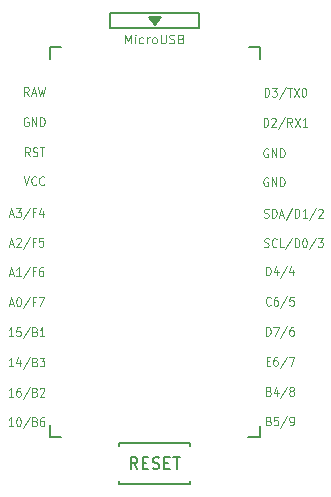
<source format=gto>
G04 #@! TF.GenerationSoftware,KiCad,Pcbnew,(5.1.4-0-10_14)*
G04 #@! TF.CreationDate,2022-04-12T16:32:30-04:00*
G04 #@! TF.ProjectId,keyboard,6b657962-6f61-4726-942e-6b696361645f,rev?*
G04 #@! TF.SameCoordinates,Original*
G04 #@! TF.FileFunction,Legend,Top*
G04 #@! TF.FilePolarity,Positive*
%FSLAX46Y46*%
G04 Gerber Fmt 4.6, Leading zero omitted, Abs format (unit mm)*
G04 Created by KiCad (PCBNEW (5.1.4-0-10_14)) date 2022-04-12 16:32:30*
%MOMM*%
%LPD*%
G04 APERTURE LIST*
%ADD10C,0.150000*%
%ADD11C,0.125000*%
%ADD12C,0.120000*%
%ADD13C,2.000000*%
%ADD14C,1.750000*%
%ADD15C,3.987800*%
%ADD16C,1.600000*%
%ADD17C,0.100000*%
%ADD18C,3.048000*%
G04 APERTURE END LIST*
D10*
X213876800Y-91976000D02*
X213876800Y-92226000D01*
X207876800Y-91976000D02*
X213876800Y-91976000D01*
X207876800Y-91976000D02*
X207876800Y-92226000D01*
X207876800Y-95476000D02*
X207876800Y-95226000D01*
X213876800Y-95476000D02*
X213876800Y-95226000D01*
X207876800Y-95476000D02*
X213876800Y-95476000D01*
X219776800Y-91506400D02*
X218766800Y-91506400D01*
X201976800Y-91506400D02*
X202976800Y-91506400D01*
X219776800Y-90506400D02*
X219776800Y-91506400D01*
X201976800Y-90456400D02*
X201976800Y-91506400D01*
X219776800Y-58456400D02*
X218826800Y-58456400D01*
X201976800Y-58456400D02*
X202976800Y-58456400D01*
X219776800Y-58456400D02*
X219776800Y-59456400D01*
X201976800Y-58456400D02*
X201976800Y-59456400D01*
X207126800Y-55556400D02*
X207126800Y-56856400D01*
X207126800Y-56856400D02*
X214626800Y-56856400D01*
X214626800Y-56856400D02*
X214626800Y-55556400D01*
X214626800Y-55556400D02*
X207126800Y-55556400D01*
X210376800Y-55906400D02*
X211376800Y-55906400D01*
X211376800Y-55906400D02*
X210876800Y-56556400D01*
X210876800Y-56556400D02*
X210376800Y-55906400D01*
X210526800Y-56056400D02*
X211226800Y-56056400D01*
X210626800Y-56206400D02*
X211126800Y-56206400D01*
X210726800Y-56356400D02*
X211026800Y-56356400D01*
X209424419Y-94178380D02*
X209091085Y-93702190D01*
X208852990Y-94178380D02*
X208852990Y-93178380D01*
X209233942Y-93178380D01*
X209329180Y-93226000D01*
X209376800Y-93273619D01*
X209424419Y-93368857D01*
X209424419Y-93511714D01*
X209376800Y-93606952D01*
X209329180Y-93654571D01*
X209233942Y-93702190D01*
X208852990Y-93702190D01*
X209852990Y-93654571D02*
X210186323Y-93654571D01*
X210329180Y-94178380D02*
X209852990Y-94178380D01*
X209852990Y-93178380D01*
X210329180Y-93178380D01*
X210710133Y-94130761D02*
X210852990Y-94178380D01*
X211091085Y-94178380D01*
X211186323Y-94130761D01*
X211233942Y-94083142D01*
X211281561Y-93987904D01*
X211281561Y-93892666D01*
X211233942Y-93797428D01*
X211186323Y-93749809D01*
X211091085Y-93702190D01*
X210900609Y-93654571D01*
X210805371Y-93606952D01*
X210757752Y-93559333D01*
X210710133Y-93464095D01*
X210710133Y-93368857D01*
X210757752Y-93273619D01*
X210805371Y-93226000D01*
X210900609Y-93178380D01*
X211138704Y-93178380D01*
X211281561Y-93226000D01*
X211710133Y-93654571D02*
X212043466Y-93654571D01*
X212186323Y-94178380D02*
X211710133Y-94178380D01*
X211710133Y-93178380D01*
X212186323Y-93178380D01*
X212472038Y-93178380D02*
X213043466Y-93178380D01*
X212757752Y-94178380D02*
X212757752Y-93178380D01*
D11*
X200219180Y-62595685D02*
X199995847Y-62238542D01*
X199836323Y-62595685D02*
X199836323Y-61845685D01*
X200091561Y-61845685D01*
X200155371Y-61881400D01*
X200187276Y-61917114D01*
X200219180Y-61988542D01*
X200219180Y-62095685D01*
X200187276Y-62167114D01*
X200155371Y-62202828D01*
X200091561Y-62238542D01*
X199836323Y-62238542D01*
X200474419Y-62381400D02*
X200793466Y-62381400D01*
X200410609Y-62595685D02*
X200633942Y-61845685D01*
X200857276Y-62595685D01*
X201016800Y-61845685D02*
X201176323Y-62595685D01*
X201303942Y-62059971D01*
X201431561Y-62595685D01*
X201591085Y-61845685D01*
X200171323Y-64431400D02*
X200107514Y-64395685D01*
X200011800Y-64395685D01*
X199916085Y-64431400D01*
X199852276Y-64502828D01*
X199820371Y-64574257D01*
X199788466Y-64717114D01*
X199788466Y-64824257D01*
X199820371Y-64967114D01*
X199852276Y-65038542D01*
X199916085Y-65109971D01*
X200011800Y-65145685D01*
X200075609Y-65145685D01*
X200171323Y-65109971D01*
X200203228Y-65074257D01*
X200203228Y-64824257D01*
X200075609Y-64824257D01*
X200490371Y-65145685D02*
X200490371Y-64395685D01*
X200873228Y-65145685D01*
X200873228Y-64395685D01*
X201192276Y-65145685D02*
X201192276Y-64395685D01*
X201351800Y-64395685D01*
X201447514Y-64431400D01*
X201511323Y-64502828D01*
X201543228Y-64574257D01*
X201575133Y-64717114D01*
X201575133Y-64824257D01*
X201543228Y-64967114D01*
X201511323Y-65038542D01*
X201447514Y-65109971D01*
X201351800Y-65145685D01*
X201192276Y-65145685D01*
X200314895Y-67695685D02*
X200091561Y-67338542D01*
X199932038Y-67695685D02*
X199932038Y-66945685D01*
X200187276Y-66945685D01*
X200251085Y-66981400D01*
X200282990Y-67017114D01*
X200314895Y-67088542D01*
X200314895Y-67195685D01*
X200282990Y-67267114D01*
X200251085Y-67302828D01*
X200187276Y-67338542D01*
X199932038Y-67338542D01*
X200570133Y-67659971D02*
X200665847Y-67695685D01*
X200825371Y-67695685D01*
X200889180Y-67659971D01*
X200921085Y-67624257D01*
X200952990Y-67552828D01*
X200952990Y-67481400D01*
X200921085Y-67409971D01*
X200889180Y-67374257D01*
X200825371Y-67338542D01*
X200697752Y-67302828D01*
X200633942Y-67267114D01*
X200602038Y-67231400D01*
X200570133Y-67159971D01*
X200570133Y-67088542D01*
X200602038Y-67017114D01*
X200633942Y-66981400D01*
X200697752Y-66945685D01*
X200857276Y-66945685D01*
X200952990Y-66981400D01*
X201144419Y-66945685D02*
X201527276Y-66945685D01*
X201335847Y-67695685D02*
X201335847Y-66945685D01*
X199788466Y-69395685D02*
X200011800Y-70145685D01*
X200235133Y-69395685D01*
X200841323Y-70074257D02*
X200809419Y-70109971D01*
X200713704Y-70145685D01*
X200649895Y-70145685D01*
X200554180Y-70109971D01*
X200490371Y-70038542D01*
X200458466Y-69967114D01*
X200426561Y-69824257D01*
X200426561Y-69717114D01*
X200458466Y-69574257D01*
X200490371Y-69502828D01*
X200554180Y-69431400D01*
X200649895Y-69395685D01*
X200713704Y-69395685D01*
X200809419Y-69431400D01*
X200841323Y-69467114D01*
X201511323Y-70074257D02*
X201479419Y-70109971D01*
X201383704Y-70145685D01*
X201319895Y-70145685D01*
X201224180Y-70109971D01*
X201160371Y-70038542D01*
X201128466Y-69967114D01*
X201096561Y-69824257D01*
X201096561Y-69717114D01*
X201128466Y-69574257D01*
X201160371Y-69502828D01*
X201224180Y-69431400D01*
X201319895Y-69395685D01*
X201383704Y-69395685D01*
X201479419Y-69431400D01*
X201511323Y-69467114D01*
X198596085Y-72631400D02*
X198915133Y-72631400D01*
X198532276Y-72845685D02*
X198755609Y-72095685D01*
X198978942Y-72845685D01*
X199138466Y-72095685D02*
X199553228Y-72095685D01*
X199329895Y-72381400D01*
X199425609Y-72381400D01*
X199489419Y-72417114D01*
X199521323Y-72452828D01*
X199553228Y-72524257D01*
X199553228Y-72702828D01*
X199521323Y-72774257D01*
X199489419Y-72809971D01*
X199425609Y-72845685D01*
X199234180Y-72845685D01*
X199170371Y-72809971D01*
X199138466Y-72774257D01*
X200318942Y-72059971D02*
X199744657Y-73024257D01*
X200765609Y-72452828D02*
X200542276Y-72452828D01*
X200542276Y-72845685D02*
X200542276Y-72095685D01*
X200861323Y-72095685D01*
X201403704Y-72345685D02*
X201403704Y-72845685D01*
X201244180Y-72059971D02*
X201084657Y-72595685D01*
X201499419Y-72595685D01*
X198596085Y-75131400D02*
X198915133Y-75131400D01*
X198532276Y-75345685D02*
X198755609Y-74595685D01*
X198978942Y-75345685D01*
X199170371Y-74667114D02*
X199202276Y-74631400D01*
X199266085Y-74595685D01*
X199425609Y-74595685D01*
X199489419Y-74631400D01*
X199521323Y-74667114D01*
X199553228Y-74738542D01*
X199553228Y-74809971D01*
X199521323Y-74917114D01*
X199138466Y-75345685D01*
X199553228Y-75345685D01*
X200318942Y-74559971D02*
X199744657Y-75524257D01*
X200765609Y-74952828D02*
X200542276Y-74952828D01*
X200542276Y-75345685D02*
X200542276Y-74595685D01*
X200861323Y-74595685D01*
X201435609Y-74595685D02*
X201116561Y-74595685D01*
X201084657Y-74952828D01*
X201116561Y-74917114D01*
X201180371Y-74881400D01*
X201339895Y-74881400D01*
X201403704Y-74917114D01*
X201435609Y-74952828D01*
X201467514Y-75024257D01*
X201467514Y-75202828D01*
X201435609Y-75274257D01*
X201403704Y-75309971D01*
X201339895Y-75345685D01*
X201180371Y-75345685D01*
X201116561Y-75309971D01*
X201084657Y-75274257D01*
X198596085Y-77631400D02*
X198915133Y-77631400D01*
X198532276Y-77845685D02*
X198755609Y-77095685D01*
X198978942Y-77845685D01*
X199553228Y-77845685D02*
X199170371Y-77845685D01*
X199361800Y-77845685D02*
X199361800Y-77095685D01*
X199297990Y-77202828D01*
X199234180Y-77274257D01*
X199170371Y-77309971D01*
X200318942Y-77059971D02*
X199744657Y-78024257D01*
X200765609Y-77452828D02*
X200542276Y-77452828D01*
X200542276Y-77845685D02*
X200542276Y-77095685D01*
X200861323Y-77095685D01*
X201403704Y-77095685D02*
X201276085Y-77095685D01*
X201212276Y-77131400D01*
X201180371Y-77167114D01*
X201116561Y-77274257D01*
X201084657Y-77417114D01*
X201084657Y-77702828D01*
X201116561Y-77774257D01*
X201148466Y-77809971D01*
X201212276Y-77845685D01*
X201339895Y-77845685D01*
X201403704Y-77809971D01*
X201435609Y-77774257D01*
X201467514Y-77702828D01*
X201467514Y-77524257D01*
X201435609Y-77452828D01*
X201403704Y-77417114D01*
X201339895Y-77381400D01*
X201212276Y-77381400D01*
X201148466Y-77417114D01*
X201116561Y-77452828D01*
X201084657Y-77524257D01*
X198596085Y-80181400D02*
X198915133Y-80181400D01*
X198532276Y-80395685D02*
X198755609Y-79645685D01*
X198978942Y-80395685D01*
X199329895Y-79645685D02*
X199393704Y-79645685D01*
X199457514Y-79681400D01*
X199489419Y-79717114D01*
X199521323Y-79788542D01*
X199553228Y-79931400D01*
X199553228Y-80109971D01*
X199521323Y-80252828D01*
X199489419Y-80324257D01*
X199457514Y-80359971D01*
X199393704Y-80395685D01*
X199329895Y-80395685D01*
X199266085Y-80359971D01*
X199234180Y-80324257D01*
X199202276Y-80252828D01*
X199170371Y-80109971D01*
X199170371Y-79931400D01*
X199202276Y-79788542D01*
X199234180Y-79717114D01*
X199266085Y-79681400D01*
X199329895Y-79645685D01*
X200318942Y-79609971D02*
X199744657Y-80574257D01*
X200765609Y-80002828D02*
X200542276Y-80002828D01*
X200542276Y-80395685D02*
X200542276Y-79645685D01*
X200861323Y-79645685D01*
X201052752Y-79645685D02*
X201499419Y-79645685D01*
X201212276Y-80395685D01*
X198899180Y-82945685D02*
X198516323Y-82945685D01*
X198707752Y-82945685D02*
X198707752Y-82195685D01*
X198643942Y-82302828D01*
X198580133Y-82374257D01*
X198516323Y-82409971D01*
X199505371Y-82195685D02*
X199186323Y-82195685D01*
X199154419Y-82552828D01*
X199186323Y-82517114D01*
X199250133Y-82481400D01*
X199409657Y-82481400D01*
X199473466Y-82517114D01*
X199505371Y-82552828D01*
X199537276Y-82624257D01*
X199537276Y-82802828D01*
X199505371Y-82874257D01*
X199473466Y-82909971D01*
X199409657Y-82945685D01*
X199250133Y-82945685D01*
X199186323Y-82909971D01*
X199154419Y-82874257D01*
X200302990Y-82159971D02*
X199728704Y-83124257D01*
X200749657Y-82552828D02*
X200845371Y-82588542D01*
X200877276Y-82624257D01*
X200909180Y-82695685D01*
X200909180Y-82802828D01*
X200877276Y-82874257D01*
X200845371Y-82909971D01*
X200781561Y-82945685D01*
X200526323Y-82945685D01*
X200526323Y-82195685D01*
X200749657Y-82195685D01*
X200813466Y-82231400D01*
X200845371Y-82267114D01*
X200877276Y-82338542D01*
X200877276Y-82409971D01*
X200845371Y-82481400D01*
X200813466Y-82517114D01*
X200749657Y-82552828D01*
X200526323Y-82552828D01*
X201547276Y-82945685D02*
X201164419Y-82945685D01*
X201355847Y-82945685D02*
X201355847Y-82195685D01*
X201292038Y-82302828D01*
X201228228Y-82374257D01*
X201164419Y-82409971D01*
X198899180Y-85495685D02*
X198516323Y-85495685D01*
X198707752Y-85495685D02*
X198707752Y-84745685D01*
X198643942Y-84852828D01*
X198580133Y-84924257D01*
X198516323Y-84959971D01*
X199473466Y-84995685D02*
X199473466Y-85495685D01*
X199313942Y-84709971D02*
X199154419Y-85245685D01*
X199569180Y-85245685D01*
X200302990Y-84709971D02*
X199728704Y-85674257D01*
X200749657Y-85102828D02*
X200845371Y-85138542D01*
X200877276Y-85174257D01*
X200909180Y-85245685D01*
X200909180Y-85352828D01*
X200877276Y-85424257D01*
X200845371Y-85459971D01*
X200781561Y-85495685D01*
X200526323Y-85495685D01*
X200526323Y-84745685D01*
X200749657Y-84745685D01*
X200813466Y-84781400D01*
X200845371Y-84817114D01*
X200877276Y-84888542D01*
X200877276Y-84959971D01*
X200845371Y-85031400D01*
X200813466Y-85067114D01*
X200749657Y-85102828D01*
X200526323Y-85102828D01*
X201132514Y-84745685D02*
X201547276Y-84745685D01*
X201323942Y-85031400D01*
X201419657Y-85031400D01*
X201483466Y-85067114D01*
X201515371Y-85102828D01*
X201547276Y-85174257D01*
X201547276Y-85352828D01*
X201515371Y-85424257D01*
X201483466Y-85459971D01*
X201419657Y-85495685D01*
X201228228Y-85495685D01*
X201164419Y-85459971D01*
X201132514Y-85424257D01*
X198899180Y-90545685D02*
X198516323Y-90545685D01*
X198707752Y-90545685D02*
X198707752Y-89795685D01*
X198643942Y-89902828D01*
X198580133Y-89974257D01*
X198516323Y-90009971D01*
X199313942Y-89795685D02*
X199377752Y-89795685D01*
X199441561Y-89831400D01*
X199473466Y-89867114D01*
X199505371Y-89938542D01*
X199537276Y-90081400D01*
X199537276Y-90259971D01*
X199505371Y-90402828D01*
X199473466Y-90474257D01*
X199441561Y-90509971D01*
X199377752Y-90545685D01*
X199313942Y-90545685D01*
X199250133Y-90509971D01*
X199218228Y-90474257D01*
X199186323Y-90402828D01*
X199154419Y-90259971D01*
X199154419Y-90081400D01*
X199186323Y-89938542D01*
X199218228Y-89867114D01*
X199250133Y-89831400D01*
X199313942Y-89795685D01*
X200302990Y-89759971D02*
X199728704Y-90724257D01*
X200749657Y-90152828D02*
X200845371Y-90188542D01*
X200877276Y-90224257D01*
X200909180Y-90295685D01*
X200909180Y-90402828D01*
X200877276Y-90474257D01*
X200845371Y-90509971D01*
X200781561Y-90545685D01*
X200526323Y-90545685D01*
X200526323Y-89795685D01*
X200749657Y-89795685D01*
X200813466Y-89831400D01*
X200845371Y-89867114D01*
X200877276Y-89938542D01*
X200877276Y-90009971D01*
X200845371Y-90081400D01*
X200813466Y-90117114D01*
X200749657Y-90152828D01*
X200526323Y-90152828D01*
X201483466Y-89795685D02*
X201355847Y-89795685D01*
X201292038Y-89831400D01*
X201260133Y-89867114D01*
X201196323Y-89974257D01*
X201164419Y-90117114D01*
X201164419Y-90402828D01*
X201196323Y-90474257D01*
X201228228Y-90509971D01*
X201292038Y-90545685D01*
X201419657Y-90545685D01*
X201483466Y-90509971D01*
X201515371Y-90474257D01*
X201547276Y-90402828D01*
X201547276Y-90224257D01*
X201515371Y-90152828D01*
X201483466Y-90117114D01*
X201419657Y-90081400D01*
X201292038Y-90081400D01*
X201228228Y-90117114D01*
X201196323Y-90152828D01*
X201164419Y-90224257D01*
X198899180Y-88045685D02*
X198516323Y-88045685D01*
X198707752Y-88045685D02*
X198707752Y-87295685D01*
X198643942Y-87402828D01*
X198580133Y-87474257D01*
X198516323Y-87509971D01*
X199473466Y-87295685D02*
X199345847Y-87295685D01*
X199282038Y-87331400D01*
X199250133Y-87367114D01*
X199186323Y-87474257D01*
X199154419Y-87617114D01*
X199154419Y-87902828D01*
X199186323Y-87974257D01*
X199218228Y-88009971D01*
X199282038Y-88045685D01*
X199409657Y-88045685D01*
X199473466Y-88009971D01*
X199505371Y-87974257D01*
X199537276Y-87902828D01*
X199537276Y-87724257D01*
X199505371Y-87652828D01*
X199473466Y-87617114D01*
X199409657Y-87581400D01*
X199282038Y-87581400D01*
X199218228Y-87617114D01*
X199186323Y-87652828D01*
X199154419Y-87724257D01*
X200302990Y-87259971D02*
X199728704Y-88224257D01*
X200749657Y-87652828D02*
X200845371Y-87688542D01*
X200877276Y-87724257D01*
X200909180Y-87795685D01*
X200909180Y-87902828D01*
X200877276Y-87974257D01*
X200845371Y-88009971D01*
X200781561Y-88045685D01*
X200526323Y-88045685D01*
X200526323Y-87295685D01*
X200749657Y-87295685D01*
X200813466Y-87331400D01*
X200845371Y-87367114D01*
X200877276Y-87438542D01*
X200877276Y-87509971D01*
X200845371Y-87581400D01*
X200813466Y-87617114D01*
X200749657Y-87652828D01*
X200526323Y-87652828D01*
X201164419Y-87367114D02*
X201196323Y-87331400D01*
X201260133Y-87295685D01*
X201419657Y-87295685D01*
X201483466Y-87331400D01*
X201515371Y-87367114D01*
X201547276Y-87438542D01*
X201547276Y-87509971D01*
X201515371Y-87617114D01*
X201132514Y-88045685D01*
X201547276Y-88045685D01*
X220349180Y-85052828D02*
X220572514Y-85052828D01*
X220668228Y-85445685D02*
X220349180Y-85445685D01*
X220349180Y-84695685D01*
X220668228Y-84695685D01*
X221242514Y-84695685D02*
X221114895Y-84695685D01*
X221051085Y-84731400D01*
X221019180Y-84767114D01*
X220955371Y-84874257D01*
X220923466Y-85017114D01*
X220923466Y-85302828D01*
X220955371Y-85374257D01*
X220987276Y-85409971D01*
X221051085Y-85445685D01*
X221178704Y-85445685D01*
X221242514Y-85409971D01*
X221274419Y-85374257D01*
X221306323Y-85302828D01*
X221306323Y-85124257D01*
X221274419Y-85052828D01*
X221242514Y-85017114D01*
X221178704Y-84981400D01*
X221051085Y-84981400D01*
X220987276Y-85017114D01*
X220955371Y-85052828D01*
X220923466Y-85124257D01*
X222072038Y-84659971D02*
X221497752Y-85624257D01*
X222231561Y-84695685D02*
X222678228Y-84695685D01*
X222391085Y-85445685D01*
X220317276Y-82895685D02*
X220317276Y-82145685D01*
X220476800Y-82145685D01*
X220572514Y-82181400D01*
X220636323Y-82252828D01*
X220668228Y-82324257D01*
X220700133Y-82467114D01*
X220700133Y-82574257D01*
X220668228Y-82717114D01*
X220636323Y-82788542D01*
X220572514Y-82859971D01*
X220476800Y-82895685D01*
X220317276Y-82895685D01*
X220923466Y-82145685D02*
X221370133Y-82145685D01*
X221082990Y-82895685D01*
X222103942Y-82109971D02*
X221529657Y-83074257D01*
X222614419Y-82145685D02*
X222486800Y-82145685D01*
X222422990Y-82181400D01*
X222391085Y-82217114D01*
X222327276Y-82324257D01*
X222295371Y-82467114D01*
X222295371Y-82752828D01*
X222327276Y-82824257D01*
X222359180Y-82859971D01*
X222422990Y-82895685D01*
X222550609Y-82895685D01*
X222614419Y-82859971D01*
X222646323Y-82824257D01*
X222678228Y-82752828D01*
X222678228Y-82574257D01*
X222646323Y-82502828D01*
X222614419Y-82467114D01*
X222550609Y-82431400D01*
X222422990Y-82431400D01*
X222359180Y-82467114D01*
X222327276Y-82502828D01*
X222295371Y-82574257D01*
X220471323Y-67081400D02*
X220407514Y-67045685D01*
X220311800Y-67045685D01*
X220216085Y-67081400D01*
X220152276Y-67152828D01*
X220120371Y-67224257D01*
X220088466Y-67367114D01*
X220088466Y-67474257D01*
X220120371Y-67617114D01*
X220152276Y-67688542D01*
X220216085Y-67759971D01*
X220311800Y-67795685D01*
X220375609Y-67795685D01*
X220471323Y-67759971D01*
X220503228Y-67724257D01*
X220503228Y-67474257D01*
X220375609Y-67474257D01*
X220790371Y-67795685D02*
X220790371Y-67045685D01*
X221173228Y-67795685D01*
X221173228Y-67045685D01*
X221492276Y-67795685D02*
X221492276Y-67045685D01*
X221651800Y-67045685D01*
X221747514Y-67081400D01*
X221811323Y-67152828D01*
X221843228Y-67224257D01*
X221875133Y-67367114D01*
X221875133Y-67474257D01*
X221843228Y-67617114D01*
X221811323Y-67688542D01*
X221747514Y-67759971D01*
X221651800Y-67795685D01*
X221492276Y-67795685D01*
X220471323Y-69531400D02*
X220407514Y-69495685D01*
X220311800Y-69495685D01*
X220216085Y-69531400D01*
X220152276Y-69602828D01*
X220120371Y-69674257D01*
X220088466Y-69817114D01*
X220088466Y-69924257D01*
X220120371Y-70067114D01*
X220152276Y-70138542D01*
X220216085Y-70209971D01*
X220311800Y-70245685D01*
X220375609Y-70245685D01*
X220471323Y-70209971D01*
X220503228Y-70174257D01*
X220503228Y-69924257D01*
X220375609Y-69924257D01*
X220790371Y-70245685D02*
X220790371Y-69495685D01*
X221173228Y-70245685D01*
X221173228Y-69495685D01*
X221492276Y-70245685D02*
X221492276Y-69495685D01*
X221651800Y-69495685D01*
X221747514Y-69531400D01*
X221811323Y-69602828D01*
X221843228Y-69674257D01*
X221875133Y-69817114D01*
X221875133Y-69924257D01*
X221843228Y-70067114D01*
X221811323Y-70138542D01*
X221747514Y-70209971D01*
X221651800Y-70245685D01*
X221492276Y-70245685D01*
X220192990Y-62645685D02*
X220192990Y-61895685D01*
X220352514Y-61895685D01*
X220448228Y-61931400D01*
X220512038Y-62002828D01*
X220543942Y-62074257D01*
X220575847Y-62217114D01*
X220575847Y-62324257D01*
X220543942Y-62467114D01*
X220512038Y-62538542D01*
X220448228Y-62609971D01*
X220352514Y-62645685D01*
X220192990Y-62645685D01*
X220799180Y-61895685D02*
X221213942Y-61895685D01*
X220990609Y-62181400D01*
X221086323Y-62181400D01*
X221150133Y-62217114D01*
X221182038Y-62252828D01*
X221213942Y-62324257D01*
X221213942Y-62502828D01*
X221182038Y-62574257D01*
X221150133Y-62609971D01*
X221086323Y-62645685D01*
X220894895Y-62645685D01*
X220831085Y-62609971D01*
X220799180Y-62574257D01*
X221979657Y-61859971D02*
X221405371Y-62824257D01*
X222107276Y-61895685D02*
X222490133Y-61895685D01*
X222298704Y-62645685D02*
X222298704Y-61895685D01*
X222649657Y-61895685D02*
X223096323Y-62645685D01*
X223096323Y-61895685D02*
X222649657Y-62645685D01*
X223479180Y-61895685D02*
X223542990Y-61895685D01*
X223606800Y-61931400D01*
X223638704Y-61967114D01*
X223670609Y-62038542D01*
X223702514Y-62181400D01*
X223702514Y-62359971D01*
X223670609Y-62502828D01*
X223638704Y-62574257D01*
X223606800Y-62609971D01*
X223542990Y-62645685D01*
X223479180Y-62645685D01*
X223415371Y-62609971D01*
X223383466Y-62574257D01*
X223351561Y-62502828D01*
X223319657Y-62359971D01*
X223319657Y-62181400D01*
X223351561Y-62038542D01*
X223383466Y-61967114D01*
X223415371Y-61931400D01*
X223479180Y-61895685D01*
X220317276Y-77795685D02*
X220317276Y-77045685D01*
X220476800Y-77045685D01*
X220572514Y-77081400D01*
X220636323Y-77152828D01*
X220668228Y-77224257D01*
X220700133Y-77367114D01*
X220700133Y-77474257D01*
X220668228Y-77617114D01*
X220636323Y-77688542D01*
X220572514Y-77759971D01*
X220476800Y-77795685D01*
X220317276Y-77795685D01*
X221274419Y-77295685D02*
X221274419Y-77795685D01*
X221114895Y-77009971D02*
X220955371Y-77545685D01*
X221370133Y-77545685D01*
X222103942Y-77009971D02*
X221529657Y-77974257D01*
X222614419Y-77295685D02*
X222614419Y-77795685D01*
X222454895Y-77009971D02*
X222295371Y-77545685D01*
X222710133Y-77545685D01*
X220143228Y-72859971D02*
X220238942Y-72895685D01*
X220398466Y-72895685D01*
X220462276Y-72859971D01*
X220494180Y-72824257D01*
X220526085Y-72752828D01*
X220526085Y-72681400D01*
X220494180Y-72609971D01*
X220462276Y-72574257D01*
X220398466Y-72538542D01*
X220270847Y-72502828D01*
X220207038Y-72467114D01*
X220175133Y-72431400D01*
X220143228Y-72359971D01*
X220143228Y-72288542D01*
X220175133Y-72217114D01*
X220207038Y-72181400D01*
X220270847Y-72145685D01*
X220430371Y-72145685D01*
X220526085Y-72181400D01*
X220813228Y-72895685D02*
X220813228Y-72145685D01*
X220972752Y-72145685D01*
X221068466Y-72181400D01*
X221132276Y-72252828D01*
X221164180Y-72324257D01*
X221196085Y-72467114D01*
X221196085Y-72574257D01*
X221164180Y-72717114D01*
X221132276Y-72788542D01*
X221068466Y-72859971D01*
X220972752Y-72895685D01*
X220813228Y-72895685D01*
X221451323Y-72681400D02*
X221770371Y-72681400D01*
X221387514Y-72895685D02*
X221610847Y-72145685D01*
X221834180Y-72895685D01*
X222536085Y-72109971D02*
X221961800Y-73074257D01*
X222759419Y-72895685D02*
X222759419Y-72145685D01*
X222918942Y-72145685D01*
X223014657Y-72181400D01*
X223078466Y-72252828D01*
X223110371Y-72324257D01*
X223142276Y-72467114D01*
X223142276Y-72574257D01*
X223110371Y-72717114D01*
X223078466Y-72788542D01*
X223014657Y-72859971D01*
X222918942Y-72895685D01*
X222759419Y-72895685D01*
X223780371Y-72895685D02*
X223397514Y-72895685D01*
X223588942Y-72895685D02*
X223588942Y-72145685D01*
X223525133Y-72252828D01*
X223461323Y-72324257D01*
X223397514Y-72359971D01*
X224546085Y-72109971D02*
X223971800Y-73074257D01*
X224737514Y-72217114D02*
X224769419Y-72181400D01*
X224833228Y-72145685D01*
X224992752Y-72145685D01*
X225056561Y-72181400D01*
X225088466Y-72217114D01*
X225120371Y-72288542D01*
X225120371Y-72359971D01*
X225088466Y-72467114D01*
X224705609Y-72895685D01*
X225120371Y-72895685D01*
X220159180Y-75359971D02*
X220254895Y-75395685D01*
X220414419Y-75395685D01*
X220478228Y-75359971D01*
X220510133Y-75324257D01*
X220542038Y-75252828D01*
X220542038Y-75181400D01*
X220510133Y-75109971D01*
X220478228Y-75074257D01*
X220414419Y-75038542D01*
X220286800Y-75002828D01*
X220222990Y-74967114D01*
X220191085Y-74931400D01*
X220159180Y-74859971D01*
X220159180Y-74788542D01*
X220191085Y-74717114D01*
X220222990Y-74681400D01*
X220286800Y-74645685D01*
X220446323Y-74645685D01*
X220542038Y-74681400D01*
X221212038Y-75324257D02*
X221180133Y-75359971D01*
X221084419Y-75395685D01*
X221020609Y-75395685D01*
X220924895Y-75359971D01*
X220861085Y-75288542D01*
X220829180Y-75217114D01*
X220797276Y-75074257D01*
X220797276Y-74967114D01*
X220829180Y-74824257D01*
X220861085Y-74752828D01*
X220924895Y-74681400D01*
X221020609Y-74645685D01*
X221084419Y-74645685D01*
X221180133Y-74681400D01*
X221212038Y-74717114D01*
X221818228Y-75395685D02*
X221499180Y-75395685D01*
X221499180Y-74645685D01*
X222520133Y-74609971D02*
X221945847Y-75574257D01*
X222743466Y-75395685D02*
X222743466Y-74645685D01*
X222902990Y-74645685D01*
X222998704Y-74681400D01*
X223062514Y-74752828D01*
X223094419Y-74824257D01*
X223126323Y-74967114D01*
X223126323Y-75074257D01*
X223094419Y-75217114D01*
X223062514Y-75288542D01*
X222998704Y-75359971D01*
X222902990Y-75395685D01*
X222743466Y-75395685D01*
X223541085Y-74645685D02*
X223604895Y-74645685D01*
X223668704Y-74681400D01*
X223700609Y-74717114D01*
X223732514Y-74788542D01*
X223764419Y-74931400D01*
X223764419Y-75109971D01*
X223732514Y-75252828D01*
X223700609Y-75324257D01*
X223668704Y-75359971D01*
X223604895Y-75395685D01*
X223541085Y-75395685D01*
X223477276Y-75359971D01*
X223445371Y-75324257D01*
X223413466Y-75252828D01*
X223381561Y-75109971D01*
X223381561Y-74931400D01*
X223413466Y-74788542D01*
X223445371Y-74717114D01*
X223477276Y-74681400D01*
X223541085Y-74645685D01*
X224530133Y-74609971D02*
X223955847Y-75574257D01*
X224689657Y-74645685D02*
X225104419Y-74645685D01*
X224881085Y-74931400D01*
X224976800Y-74931400D01*
X225040609Y-74967114D01*
X225072514Y-75002828D01*
X225104419Y-75074257D01*
X225104419Y-75252828D01*
X225072514Y-75324257D01*
X225040609Y-75359971D01*
X224976800Y-75395685D01*
X224785371Y-75395685D01*
X224721561Y-75359971D01*
X224689657Y-75324257D01*
X220700133Y-80274257D02*
X220668228Y-80309971D01*
X220572514Y-80345685D01*
X220508704Y-80345685D01*
X220412990Y-80309971D01*
X220349180Y-80238542D01*
X220317276Y-80167114D01*
X220285371Y-80024257D01*
X220285371Y-79917114D01*
X220317276Y-79774257D01*
X220349180Y-79702828D01*
X220412990Y-79631400D01*
X220508704Y-79595685D01*
X220572514Y-79595685D01*
X220668228Y-79631400D01*
X220700133Y-79667114D01*
X221274419Y-79595685D02*
X221146800Y-79595685D01*
X221082990Y-79631400D01*
X221051085Y-79667114D01*
X220987276Y-79774257D01*
X220955371Y-79917114D01*
X220955371Y-80202828D01*
X220987276Y-80274257D01*
X221019180Y-80309971D01*
X221082990Y-80345685D01*
X221210609Y-80345685D01*
X221274419Y-80309971D01*
X221306323Y-80274257D01*
X221338228Y-80202828D01*
X221338228Y-80024257D01*
X221306323Y-79952828D01*
X221274419Y-79917114D01*
X221210609Y-79881400D01*
X221082990Y-79881400D01*
X221019180Y-79917114D01*
X220987276Y-79952828D01*
X220955371Y-80024257D01*
X222103942Y-79559971D02*
X221529657Y-80524257D01*
X222646323Y-79595685D02*
X222327276Y-79595685D01*
X222295371Y-79952828D01*
X222327276Y-79917114D01*
X222391085Y-79881400D01*
X222550609Y-79881400D01*
X222614419Y-79917114D01*
X222646323Y-79952828D01*
X222678228Y-80024257D01*
X222678228Y-80202828D01*
X222646323Y-80274257D01*
X222614419Y-80309971D01*
X222550609Y-80345685D01*
X222391085Y-80345685D01*
X222327276Y-80309971D01*
X222295371Y-80274257D01*
X220540609Y-90102828D02*
X220636323Y-90138542D01*
X220668228Y-90174257D01*
X220700133Y-90245685D01*
X220700133Y-90352828D01*
X220668228Y-90424257D01*
X220636323Y-90459971D01*
X220572514Y-90495685D01*
X220317276Y-90495685D01*
X220317276Y-89745685D01*
X220540609Y-89745685D01*
X220604419Y-89781400D01*
X220636323Y-89817114D01*
X220668228Y-89888542D01*
X220668228Y-89959971D01*
X220636323Y-90031400D01*
X220604419Y-90067114D01*
X220540609Y-90102828D01*
X220317276Y-90102828D01*
X221306323Y-89745685D02*
X220987276Y-89745685D01*
X220955371Y-90102828D01*
X220987276Y-90067114D01*
X221051085Y-90031400D01*
X221210609Y-90031400D01*
X221274419Y-90067114D01*
X221306323Y-90102828D01*
X221338228Y-90174257D01*
X221338228Y-90352828D01*
X221306323Y-90424257D01*
X221274419Y-90459971D01*
X221210609Y-90495685D01*
X221051085Y-90495685D01*
X220987276Y-90459971D01*
X220955371Y-90424257D01*
X222103942Y-89709971D02*
X221529657Y-90674257D01*
X222359180Y-90495685D02*
X222486800Y-90495685D01*
X222550609Y-90459971D01*
X222582514Y-90424257D01*
X222646323Y-90317114D01*
X222678228Y-90174257D01*
X222678228Y-89888542D01*
X222646323Y-89817114D01*
X222614419Y-89781400D01*
X222550609Y-89745685D01*
X222422990Y-89745685D01*
X222359180Y-89781400D01*
X222327276Y-89817114D01*
X222295371Y-89888542D01*
X222295371Y-90067114D01*
X222327276Y-90138542D01*
X222359180Y-90174257D01*
X222422990Y-90209971D01*
X222550609Y-90209971D01*
X222614419Y-90174257D01*
X222646323Y-90138542D01*
X222678228Y-90067114D01*
X220113228Y-65195685D02*
X220113228Y-64445685D01*
X220272752Y-64445685D01*
X220368466Y-64481400D01*
X220432276Y-64552828D01*
X220464180Y-64624257D01*
X220496085Y-64767114D01*
X220496085Y-64874257D01*
X220464180Y-65017114D01*
X220432276Y-65088542D01*
X220368466Y-65159971D01*
X220272752Y-65195685D01*
X220113228Y-65195685D01*
X220751323Y-64517114D02*
X220783228Y-64481400D01*
X220847038Y-64445685D01*
X221006561Y-64445685D01*
X221070371Y-64481400D01*
X221102276Y-64517114D01*
X221134180Y-64588542D01*
X221134180Y-64659971D01*
X221102276Y-64767114D01*
X220719419Y-65195685D01*
X221134180Y-65195685D01*
X221899895Y-64409971D02*
X221325609Y-65374257D01*
X222506085Y-65195685D02*
X222282752Y-64838542D01*
X222123228Y-65195685D02*
X222123228Y-64445685D01*
X222378466Y-64445685D01*
X222442276Y-64481400D01*
X222474180Y-64517114D01*
X222506085Y-64588542D01*
X222506085Y-64695685D01*
X222474180Y-64767114D01*
X222442276Y-64802828D01*
X222378466Y-64838542D01*
X222123228Y-64838542D01*
X222729419Y-64445685D02*
X223176085Y-65195685D01*
X223176085Y-64445685D02*
X222729419Y-65195685D01*
X223782276Y-65195685D02*
X223399419Y-65195685D01*
X223590847Y-65195685D02*
X223590847Y-64445685D01*
X223527038Y-64552828D01*
X223463228Y-64624257D01*
X223399419Y-64659971D01*
X220540609Y-87602828D02*
X220636323Y-87638542D01*
X220668228Y-87674257D01*
X220700133Y-87745685D01*
X220700133Y-87852828D01*
X220668228Y-87924257D01*
X220636323Y-87959971D01*
X220572514Y-87995685D01*
X220317276Y-87995685D01*
X220317276Y-87245685D01*
X220540609Y-87245685D01*
X220604419Y-87281400D01*
X220636323Y-87317114D01*
X220668228Y-87388542D01*
X220668228Y-87459971D01*
X220636323Y-87531400D01*
X220604419Y-87567114D01*
X220540609Y-87602828D01*
X220317276Y-87602828D01*
X221274419Y-87495685D02*
X221274419Y-87995685D01*
X221114895Y-87209971D02*
X220955371Y-87745685D01*
X221370133Y-87745685D01*
X222103942Y-87209971D02*
X221529657Y-88174257D01*
X222422990Y-87567114D02*
X222359180Y-87531400D01*
X222327276Y-87495685D01*
X222295371Y-87424257D01*
X222295371Y-87388542D01*
X222327276Y-87317114D01*
X222359180Y-87281400D01*
X222422990Y-87245685D01*
X222550609Y-87245685D01*
X222614419Y-87281400D01*
X222646323Y-87317114D01*
X222678228Y-87388542D01*
X222678228Y-87424257D01*
X222646323Y-87495685D01*
X222614419Y-87531400D01*
X222550609Y-87567114D01*
X222422990Y-87567114D01*
X222359180Y-87602828D01*
X222327276Y-87638542D01*
X222295371Y-87709971D01*
X222295371Y-87852828D01*
X222327276Y-87924257D01*
X222359180Y-87959971D01*
X222422990Y-87995685D01*
X222550609Y-87995685D01*
X222614419Y-87959971D01*
X222646323Y-87924257D01*
X222678228Y-87852828D01*
X222678228Y-87709971D01*
X222646323Y-87638542D01*
X222614419Y-87602828D01*
X222550609Y-87567114D01*
D12*
X208380371Y-58145685D02*
X208380371Y-57395685D01*
X208630371Y-57931400D01*
X208880371Y-57395685D01*
X208880371Y-58145685D01*
X209237514Y-58145685D02*
X209237514Y-57645685D01*
X209237514Y-57395685D02*
X209201800Y-57431400D01*
X209237514Y-57467114D01*
X209273228Y-57431400D01*
X209237514Y-57395685D01*
X209237514Y-57467114D01*
X209916085Y-58109971D02*
X209844657Y-58145685D01*
X209701800Y-58145685D01*
X209630371Y-58109971D01*
X209594657Y-58074257D01*
X209558942Y-58002828D01*
X209558942Y-57788542D01*
X209594657Y-57717114D01*
X209630371Y-57681400D01*
X209701800Y-57645685D01*
X209844657Y-57645685D01*
X209916085Y-57681400D01*
X210237514Y-58145685D02*
X210237514Y-57645685D01*
X210237514Y-57788542D02*
X210273228Y-57717114D01*
X210308942Y-57681400D01*
X210380371Y-57645685D01*
X210451800Y-57645685D01*
X210808942Y-58145685D02*
X210737514Y-58109971D01*
X210701800Y-58074257D01*
X210666085Y-58002828D01*
X210666085Y-57788542D01*
X210701800Y-57717114D01*
X210737514Y-57681400D01*
X210808942Y-57645685D01*
X210916085Y-57645685D01*
X210987514Y-57681400D01*
X211023228Y-57717114D01*
X211058942Y-57788542D01*
X211058942Y-58002828D01*
X211023228Y-58074257D01*
X210987514Y-58109971D01*
X210916085Y-58145685D01*
X210808942Y-58145685D01*
X211380371Y-57395685D02*
X211380371Y-58002828D01*
X211416085Y-58074257D01*
X211451800Y-58109971D01*
X211523228Y-58145685D01*
X211666085Y-58145685D01*
X211737514Y-58109971D01*
X211773228Y-58074257D01*
X211808942Y-58002828D01*
X211808942Y-57395685D01*
X212130371Y-58109971D02*
X212237514Y-58145685D01*
X212416085Y-58145685D01*
X212487514Y-58109971D01*
X212523228Y-58074257D01*
X212558942Y-58002828D01*
X212558942Y-57931400D01*
X212523228Y-57859971D01*
X212487514Y-57824257D01*
X212416085Y-57788542D01*
X212273228Y-57752828D01*
X212201800Y-57717114D01*
X212166085Y-57681400D01*
X212130371Y-57609971D01*
X212130371Y-57538542D01*
X212166085Y-57467114D01*
X212201800Y-57431400D01*
X212273228Y-57395685D01*
X212451800Y-57395685D01*
X212558942Y-57431400D01*
X213130371Y-57752828D02*
X213237514Y-57788542D01*
X213273228Y-57824257D01*
X213308942Y-57895685D01*
X213308942Y-58002828D01*
X213273228Y-58074257D01*
X213237514Y-58109971D01*
X213166085Y-58145685D01*
X212880371Y-58145685D01*
X212880371Y-57395685D01*
X213130371Y-57395685D01*
X213201800Y-57431400D01*
X213237514Y-57467114D01*
X213273228Y-57538542D01*
X213273228Y-57609971D01*
X213237514Y-57681400D01*
X213201800Y-57717114D01*
X213130371Y-57752828D01*
X212880371Y-57752828D01*
%LPC*%
D13*
X207626800Y-93726000D03*
X214126800Y-93726000D03*
D14*
X144610691Y-93619674D03*
X134605045Y-91855408D03*
D15*
X139607868Y-92737541D03*
D14*
X362262011Y-51600531D03*
X352256365Y-53364797D03*
D15*
X357259188Y-52482664D03*
D14*
X170146209Y-126737400D03*
X161347391Y-121657400D03*
D15*
X165746800Y-124197400D03*
D14*
X181263627Y-105159708D03*
X171257981Y-103395442D03*
D15*
X176260804Y-104277575D03*
D14*
X101784565Y-117089555D03*
X91778919Y-115325289D03*
D15*
X96781742Y-116207422D03*
D14*
X108400560Y-79568380D03*
X98394914Y-77804114D03*
D15*
X103397737Y-78686247D03*
D16*
X94815524Y-104899194D03*
X102497024Y-106253650D03*
D17*
G36*
X103423789Y-105604722D02*
G01*
X103145952Y-107180415D01*
X101570259Y-106902578D01*
X101848096Y-105326885D01*
X103423789Y-105604722D01*
X103423789Y-105604722D01*
G37*
D16*
X236469516Y-75563216D03*
X244151016Y-74208760D03*
D17*
G36*
X244799944Y-73281995D02*
G01*
X245077781Y-74857688D01*
X243502088Y-75135525D01*
X243224251Y-73559832D01*
X244799944Y-73281995D01*
X244799944Y-73281995D01*
G37*
D16*
X115138946Y-99343922D03*
X122820446Y-100698378D03*
D17*
G36*
X123747211Y-100049450D02*
G01*
X123469374Y-101625143D01*
X121893681Y-101347306D01*
X122171518Y-99771613D01*
X123747211Y-100049450D01*
X123747211Y-100049450D01*
G37*
D16*
X121754941Y-61822747D03*
X129436441Y-63177203D03*
D17*
G36*
X130363206Y-62528275D02*
G01*
X130085369Y-64103968D01*
X128509676Y-63826131D01*
X128787513Y-62250438D01*
X130363206Y-62528275D01*
X130363206Y-62528275D01*
G37*
D16*
X152660121Y-105959918D03*
X160341621Y-107314374D03*
D17*
G36*
X161268386Y-106665446D02*
G01*
X160990549Y-108241139D01*
X159414856Y-107963302D01*
X159692693Y-106387609D01*
X161268386Y-106665446D01*
X161268386Y-106665446D01*
G37*
D16*
X322564574Y-125014238D03*
X330246074Y-123659782D03*
D17*
G36*
X330895002Y-122733017D02*
G01*
X331172839Y-124308710D01*
X329597146Y-124586547D01*
X329319309Y-123010854D01*
X330895002Y-122733017D01*
X330895002Y-122733017D01*
G37*
D16*
X254795984Y-69793199D03*
X262477484Y-68438743D03*
D17*
G36*
X263126412Y-67511978D02*
G01*
X263404249Y-69087671D01*
X261828556Y-69365508D01*
X261550719Y-67789815D01*
X263126412Y-67511978D01*
X263126412Y-67511978D01*
G37*
D16*
X77980784Y-63243022D03*
X85662284Y-64597478D03*
D17*
G36*
X86589049Y-63948550D02*
G01*
X86311212Y-65524243D01*
X84735519Y-65246406D01*
X85013356Y-63670713D01*
X86589049Y-63948550D01*
X86589049Y-63948550D01*
G37*
D16*
X177602584Y-74208760D03*
X185284084Y-75563216D03*
D17*
G36*
X186210849Y-74914288D02*
G01*
X185933012Y-76489981D01*
X184357319Y-76212144D01*
X184635156Y-74636451D01*
X186210849Y-74914288D01*
X186210849Y-74914288D01*
G37*
D16*
X111830948Y-118104510D03*
X119512448Y-119458966D03*
D17*
G36*
X120439213Y-118810038D02*
G01*
X120161376Y-120385731D01*
X118585683Y-120107894D01*
X118863520Y-118532201D01*
X120439213Y-118810038D01*
X120439213Y-118810038D01*
G37*
D16*
X331401169Y-65424477D03*
X339082669Y-64070021D03*
D17*
G36*
X339731597Y-63143256D02*
G01*
X340009434Y-64718949D01*
X338433741Y-64996786D01*
X338155904Y-63421093D01*
X339731597Y-63143256D01*
X339731597Y-63143256D01*
G37*
D16*
X256756801Y-133296440D03*
X263511799Y-129396440D03*
D17*
G36*
X263804619Y-128303620D02*
G01*
X264604619Y-129689260D01*
X263218979Y-130489260D01*
X262418979Y-129103620D01*
X263804619Y-128303620D01*
X263804619Y-128303620D01*
G37*
D16*
X319256576Y-106253650D03*
X326938076Y-104899194D03*
D17*
G36*
X327587004Y-103972429D02*
G01*
X327864841Y-105548122D01*
X326289148Y-105825959D01*
X326011311Y-104250266D01*
X327587004Y-103972429D01*
X327587004Y-103972429D01*
G37*
D16*
X64329568Y-99523698D03*
X72011068Y-100878154D03*
D17*
G36*
X72937833Y-100229226D02*
G01*
X72659996Y-101804919D01*
X71084303Y-101527082D01*
X71362140Y-99951389D01*
X72937833Y-100229226D01*
X72937833Y-100229226D01*
G37*
D16*
X354432679Y-100051154D03*
X362114179Y-98696698D03*
D17*
G36*
X362763107Y-97769933D02*
G01*
X363040944Y-99345626D01*
X361465251Y-99623463D01*
X361187414Y-98047770D01*
X362763107Y-97769933D01*
X362763107Y-97769933D01*
G37*
D16*
X315948579Y-87493063D03*
X323630079Y-86138607D03*
D17*
G36*
X324279007Y-85211842D02*
G01*
X324556844Y-86787535D01*
X322981151Y-87065372D01*
X322703314Y-85489679D01*
X324279007Y-85211842D01*
X324279007Y-85211842D01*
G37*
D16*
X118446944Y-80583335D03*
X126128444Y-81937791D03*
D17*
G36*
X127055209Y-81288863D02*
G01*
X126777372Y-82864556D01*
X125201679Y-82586719D01*
X125479516Y-81011026D01*
X127055209Y-81288863D01*
X127055209Y-81288863D01*
G37*
D16*
X341325162Y-121706240D03*
X349006662Y-120351784D03*
D17*
G36*
X349655590Y-119425019D02*
G01*
X349933427Y-121000712D01*
X348357734Y-121278549D01*
X348079897Y-119702856D01*
X349655590Y-119425019D01*
X349655590Y-119425019D01*
G37*
D16*
X159276116Y-68438743D03*
X166957616Y-69793199D03*
D17*
G36*
X167884381Y-69144271D02*
G01*
X167606544Y-70719964D01*
X166030851Y-70442127D01*
X166308688Y-68866434D01*
X167884381Y-69144271D01*
X167884381Y-69144271D01*
G37*
D16*
X334709167Y-84185065D03*
X342390667Y-82830609D03*
D17*
G36*
X343039595Y-81903844D02*
G01*
X343317432Y-83479537D01*
X341741739Y-83757374D01*
X341463902Y-82181681D01*
X343039595Y-81903844D01*
X343039595Y-81903844D01*
G37*
D16*
X101431519Y-67378019D03*
X109113019Y-68732475D03*
D17*
G36*
X110039784Y-68083547D02*
G01*
X109761947Y-69659240D01*
X108186254Y-69381403D01*
X108464091Y-67805710D01*
X110039784Y-68083547D01*
X110039784Y-68083547D01*
G37*
D16*
X312640581Y-68732475D03*
X320322081Y-67378019D03*
D17*
G36*
X320971009Y-66451254D02*
G01*
X321248846Y-68026947D01*
X319673153Y-68304784D01*
X319395316Y-66729091D01*
X320971009Y-66451254D01*
X320971009Y-66451254D01*
G37*
D16*
X292317159Y-63177203D03*
X299998659Y-61822747D03*
D17*
G36*
X300647587Y-60895982D02*
G01*
X300925424Y-62471675D01*
X299349731Y-62749512D01*
X299071894Y-61173819D01*
X300647587Y-60895982D01*
X300647587Y-60895982D01*
G37*
D16*
X243085511Y-113084391D03*
X250767011Y-111729935D03*
D17*
G36*
X251415939Y-110803170D02*
G01*
X251693776Y-112378863D01*
X250118083Y-112656700D01*
X249840246Y-111081007D01*
X251415939Y-110803170D01*
X251415939Y-110803170D01*
G37*
D16*
X131025655Y-118950489D03*
X138707155Y-120304945D03*
D17*
G36*
X139633920Y-119656017D02*
G01*
X139356083Y-121231710D01*
X137780390Y-120953873D01*
X138058227Y-119378180D01*
X139633920Y-119656017D01*
X139633920Y-119656017D01*
G37*
D16*
X261411979Y-107314374D03*
X269093479Y-105959918D03*
D17*
G36*
X269742407Y-105033153D02*
G01*
X270020244Y-106608846D01*
X268444551Y-106886683D01*
X268166714Y-105310990D01*
X269742407Y-105033153D01*
X269742407Y-105033153D01*
G37*
D16*
X283046445Y-120304945D03*
X290727945Y-118950489D03*
D17*
G36*
X291376873Y-118023724D02*
G01*
X291654710Y-119599417D01*
X290079017Y-119877254D01*
X289801180Y-118301561D01*
X291376873Y-118023724D01*
X291376873Y-118023724D01*
G37*
D16*
X295625157Y-81937791D03*
X303306657Y-80583335D03*
D17*
G36*
X303955585Y-79656570D02*
G01*
X304233422Y-81232263D01*
X302657729Y-81510100D01*
X302379892Y-79934407D01*
X303955585Y-79656570D01*
X303955585Y-79656570D01*
G37*
D16*
X276430450Y-82783770D03*
X284111950Y-81429314D03*
D17*
G36*
X284760878Y-80502549D02*
G01*
X285038715Y-82078242D01*
X283463022Y-82356079D01*
X283185185Y-80780386D01*
X284760878Y-80502549D01*
X284760878Y-80502549D01*
G37*
D16*
X258103982Y-88553787D03*
X265785482Y-87199331D03*
D17*
G36*
X266434410Y-86272566D02*
G01*
X266712247Y-87848259D01*
X265136554Y-88126096D01*
X264858717Y-86550403D01*
X266434410Y-86272566D01*
X266434410Y-86272566D01*
G37*
D16*
X273122452Y-64023182D03*
X280803952Y-62668726D03*
D17*
G36*
X281452880Y-61741961D02*
G01*
X281730717Y-63317654D01*
X280155024Y-63595491D01*
X279877187Y-62019798D01*
X281452880Y-61741961D01*
X281452880Y-61741961D01*
G37*
D16*
X239777514Y-94323804D03*
X247459014Y-92969348D03*
D17*
G36*
X248107942Y-92042583D02*
G01*
X248385779Y-93618276D01*
X246810086Y-93896113D01*
X246532249Y-92320420D01*
X248107942Y-92042583D01*
X248107942Y-92042583D01*
G37*
D16*
X174294587Y-92969348D03*
X181976087Y-94323804D03*
D17*
G36*
X182902852Y-93674876D02*
G01*
X182625015Y-95250569D01*
X181049322Y-94972732D01*
X181327159Y-93397039D01*
X182902852Y-93674876D01*
X182902852Y-93674876D01*
G37*
D16*
X155968119Y-87199331D03*
X163649619Y-88553787D03*
D17*
G36*
X164576384Y-87904859D02*
G01*
X164298547Y-89480552D01*
X162722854Y-89202715D01*
X163000691Y-87627022D01*
X164576384Y-87904859D01*
X164576384Y-87904859D01*
G37*
D16*
X365195122Y-78809569D03*
X372876622Y-77455113D03*
D17*
G36*
X373525550Y-76528348D02*
G01*
X373803387Y-78104041D01*
X372227694Y-78381878D01*
X371949857Y-76806185D01*
X373525550Y-76528348D01*
X373525550Y-76528348D01*
G37*
D16*
X140949648Y-62668726D03*
X148631148Y-64023182D03*
D17*
G36*
X149557913Y-63374254D02*
G01*
X149280076Y-64949947D01*
X147704383Y-64672110D01*
X147982220Y-63096417D01*
X149557913Y-63374254D01*
X149557913Y-63374254D01*
G37*
D16*
X302241152Y-119458966D03*
X309922652Y-118104510D03*
D17*
G36*
X310571580Y-117177745D02*
G01*
X310849417Y-118753438D01*
X309273724Y-119031275D01*
X308995887Y-117455582D01*
X310571580Y-117177745D01*
X310571580Y-117177745D01*
G37*
D16*
X298933154Y-100698378D03*
X306614654Y-99343922D03*
D17*
G36*
X307263582Y-98417157D02*
G01*
X307541419Y-99992850D01*
X305965726Y-100270687D01*
X305687889Y-98694994D01*
X307263582Y-98417157D01*
X307263582Y-98417157D01*
G37*
D16*
X137641651Y-81429314D03*
X145323151Y-82783770D03*
D17*
G36*
X146249916Y-82134842D02*
G01*
X145972079Y-83710535D01*
X144396386Y-83432698D01*
X144674223Y-81857005D01*
X146249916Y-82134842D01*
X146249916Y-82134842D01*
G37*
D16*
X70401865Y-119938285D03*
X78083365Y-121292741D03*
D17*
G36*
X79010130Y-120643813D02*
G01*
X78732293Y-122219506D01*
X77156600Y-121941669D01*
X77434437Y-120365976D01*
X79010130Y-120643813D01*
X79010130Y-120643813D01*
G37*
D16*
X194268347Y-134169132D03*
X198168347Y-127414134D03*
D17*
G36*
X197875527Y-126321314D02*
G01*
X199261167Y-127121314D01*
X198461167Y-128506954D01*
X197075527Y-127706954D01*
X197875527Y-126321314D01*
X197875527Y-126321314D01*
G37*
D16*
X279738447Y-101544357D03*
X287419947Y-100189901D03*
D17*
G36*
X288068875Y-99263136D02*
G01*
X288346712Y-100838829D01*
X286771019Y-101116666D01*
X286493182Y-99540973D01*
X288068875Y-99263136D01*
X288068875Y-99263136D01*
G37*
D16*
X72327713Y-81590110D03*
X80009213Y-82944566D03*
D17*
G36*
X80935978Y-82295638D02*
G01*
X80658141Y-83871331D01*
X79082448Y-83593494D01*
X79360285Y-82017801D01*
X80935978Y-82295638D01*
X80935978Y-82295638D01*
G37*
D16*
X134333653Y-100189901D03*
X142015153Y-101544357D03*
D17*
G36*
X142941918Y-100895429D02*
G01*
X142664081Y-102471122D01*
X141088388Y-102193285D01*
X141366225Y-100617592D01*
X142941918Y-100895429D01*
X142941918Y-100895429D01*
G37*
D16*
X354851904Y-61289480D03*
X362533404Y-59935024D03*
D17*
G36*
X363182332Y-59008259D02*
G01*
X363460169Y-60583952D01*
X361884476Y-60861789D01*
X361606639Y-59286096D01*
X363182332Y-59008259D01*
X363182332Y-59008259D01*
G37*
D16*
X158241801Y-129396440D03*
X164996799Y-133296440D03*
D17*
G36*
X166089619Y-133003620D02*
G01*
X165289619Y-134389260D01*
X163903979Y-133589260D01*
X164703979Y-132203620D01*
X166089619Y-133003620D01*
X166089619Y-133003620D01*
G37*
D16*
X170986589Y-111729935D03*
X178668089Y-113084391D03*
D17*
G36*
X179594854Y-112435463D02*
G01*
X179317017Y-114011156D01*
X177741324Y-113733319D01*
X178019161Y-112157626D01*
X179594854Y-112435463D01*
X179594854Y-112435463D01*
G37*
D16*
X91507526Y-123659782D03*
X99189026Y-125014238D03*
D17*
G36*
X100115791Y-124365310D02*
G01*
X99837954Y-125941003D01*
X98262261Y-125663166D01*
X98540098Y-124087473D01*
X100115791Y-124365310D01*
X100115791Y-124365310D01*
G37*
D16*
X223585253Y-127414134D03*
X227485253Y-134169132D03*
D17*
G36*
X228578073Y-134461952D02*
G01*
X227192433Y-135261952D01*
X226392433Y-133876312D01*
X227778073Y-133076312D01*
X228578073Y-134461952D01*
X228578073Y-134461952D01*
G37*
D16*
X98123522Y-86138607D03*
X105805022Y-87493063D03*
D17*
G36*
X106731787Y-86844135D02*
G01*
X106453950Y-88419828D01*
X104878257Y-88141991D01*
X105156094Y-86566298D01*
X106731787Y-86844135D01*
X106731787Y-86844135D01*
G37*
D14*
X111708558Y-60807792D03*
X101702912Y-59043526D03*
D15*
X106705735Y-59925659D03*
X202187347Y-120453022D03*
X190249347Y-141130244D03*
D18*
X188989120Y-112833022D03*
X177051120Y-133510244D03*
D14*
X191609307Y-122264724D03*
X186529307Y-131063542D03*
D15*
X189069307Y-126664133D03*
X231504253Y-141130244D03*
X219566253Y-120453022D03*
D18*
X244702480Y-133510244D03*
X232764480Y-112833022D03*
D14*
X235224293Y-131063542D03*
X230144293Y-122264724D03*
D15*
X232684293Y-126664133D03*
D14*
X348735269Y-112017291D03*
X338729623Y-113781557D03*
D15*
X343732446Y-112899424D03*
D14*
X105092562Y-98328967D03*
X95086916Y-96564701D03*
D15*
X100089739Y-97446834D03*
D14*
X243879623Y-65874267D03*
X233873977Y-67638533D03*
D15*
X238876800Y-66756400D03*
D14*
X125415984Y-92773695D03*
X115410338Y-91009429D03*
D15*
X120413161Y-91891562D03*
D14*
X132031980Y-55252520D03*
X122026334Y-53488254D03*
D15*
X127029157Y-54370387D03*
D14*
X162937159Y-99389691D03*
X152931513Y-97625425D03*
D15*
X157934336Y-98507558D03*
D14*
X329974681Y-115325289D03*
X319969035Y-117089555D03*
D15*
X324971858Y-116207422D03*
D14*
X262206091Y-60104250D03*
X252200445Y-61868516D03*
D15*
X257203268Y-60986383D03*
D14*
X88257823Y-56672795D03*
X78252177Y-54908529D03*
D15*
X83255000Y-55790662D03*
D14*
X187879623Y-67638533D03*
X177873977Y-65874267D03*
D15*
X182876800Y-66756400D03*
D14*
X122107987Y-111534283D03*
X112102341Y-109770017D03*
D15*
X117105164Y-110652150D03*
D14*
X338811276Y-55735528D03*
X328805630Y-57499794D03*
D15*
X333808453Y-56617661D03*
D14*
X260406209Y-121657400D03*
X251607391Y-126737400D03*
D15*
X256006800Y-124197400D03*
D14*
X326666684Y-96564701D03*
X316661038Y-98328967D03*
D15*
X321663861Y-97446834D03*
X79926953Y-102273938D03*
X56413683Y-98127914D03*
D18*
X82573351Y-87265468D03*
X59060082Y-83119444D03*
D14*
X74606607Y-92953471D03*
X64600961Y-91189205D03*
D15*
X69603784Y-92071338D03*
X370030064Y-97300914D03*
X346516794Y-101446938D03*
D18*
X367383665Y-82292444D03*
X343870396Y-86438468D03*
D14*
X361842786Y-90362205D03*
X351837140Y-92126471D03*
D15*
X356839963Y-91244338D03*
D14*
X323358686Y-77804114D03*
X313353040Y-79568380D03*
D15*
X318355863Y-78686247D03*
D14*
X128723982Y-74013108D03*
X118718336Y-72248842D03*
D15*
X123721159Y-73130975D03*
D14*
X169553155Y-61868516D03*
X159547509Y-60104250D03*
D15*
X164550332Y-60986383D03*
D14*
X342119274Y-74496116D03*
X332113628Y-76260382D03*
D15*
X337116451Y-75378249D03*
D14*
X320050688Y-59043526D03*
X310045042Y-60807792D03*
D15*
X315047865Y-59925659D03*
D14*
X299727266Y-53488254D03*
X289721620Y-55252520D03*
D15*
X294724443Y-54370387D03*
D14*
X250495619Y-103395442D03*
X240489973Y-105159708D03*
D15*
X245492796Y-104277575D03*
D14*
X141302694Y-112380262D03*
X131297048Y-110615996D03*
D15*
X136299871Y-111498129D03*
D14*
X268822087Y-97625425D03*
X258816441Y-99389691D03*
D15*
X263819264Y-98507558D03*
D14*
X290456552Y-110615996D03*
X280450906Y-112380262D03*
D15*
X285453729Y-111498129D03*
D14*
X303035264Y-72248842D03*
X293029618Y-74013108D03*
D15*
X298032441Y-73130975D03*
D14*
X283840557Y-73094821D03*
X273834911Y-74859087D03*
D15*
X278837734Y-73976954D03*
D14*
X265514089Y-78864838D03*
X255508443Y-80629104D03*
D15*
X260511266Y-79746971D03*
D14*
X280532559Y-54334233D03*
X270526913Y-56098499D03*
D15*
X275529736Y-55216366D03*
D14*
X247187621Y-84634855D03*
X237181975Y-86399121D03*
D15*
X242184798Y-85516988D03*
D14*
X184571625Y-86399121D03*
X174565979Y-84634855D03*
D15*
X179568802Y-85516988D03*
D14*
X166245157Y-80629104D03*
X156239511Y-78864838D03*
D15*
X161242334Y-79746971D03*
X380792507Y-76059329D03*
X357279237Y-80205353D03*
D18*
X378146108Y-61050859D03*
X354632839Y-65196883D03*
D14*
X372605229Y-69120620D03*
X362599583Y-70884886D03*
D15*
X367602406Y-70002753D03*
D14*
X151226687Y-56098499D03*
X141221041Y-54334233D03*
D15*
X146223864Y-55216366D03*
D14*
X309651259Y-109770017D03*
X299645613Y-111534283D03*
D15*
X304648436Y-110652150D03*
D14*
X306343262Y-91009429D03*
X296337616Y-92773695D03*
D15*
X301340439Y-91891562D03*
D14*
X147918689Y-74859087D03*
X137913043Y-73094821D03*
D15*
X142915866Y-73976954D03*
D14*
X80678904Y-113368058D03*
X70673258Y-111603792D03*
D15*
X75676081Y-112485925D03*
D14*
X287148555Y-91855408D03*
X277142909Y-93619674D03*
D15*
X282145732Y-92737541D03*
D14*
X82604752Y-75019883D03*
X72599106Y-73255617D03*
D15*
X77601929Y-74137750D03*
M02*

</source>
